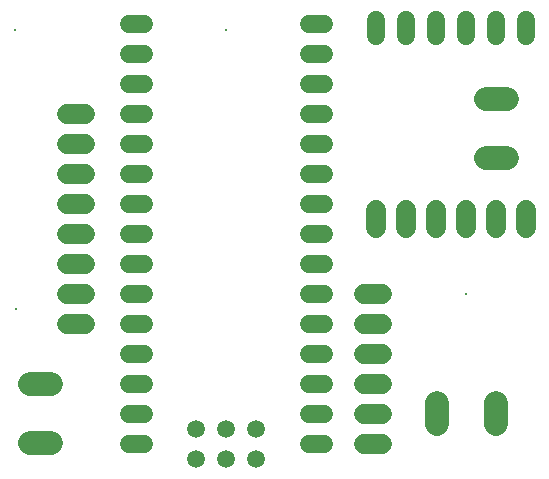
<source format=gbr>
G04 EAGLE Gerber RS-274X export*
G75*
%MOMM*%
%FSLAX34Y34*%
%LPD*%
%INSoldermask Top*%
%IPPOS*%
%AMOC8*
5,1,8,0,0,1.08239X$1,22.5*%
G01*
%ADD10C,0.289559*%
%ADD11C,1.524000*%
%ADD12C,1.727200*%
%ADD13C,1.993900*%
%ADD14C,1.511200*%
%ADD15C,1.511200*%


D10*
X405130Y680720D03*
X584200Y680720D03*
X787400Y457200D03*
X406400Y444500D03*
D11*
X838200Y675386D02*
X838200Y688594D01*
X812800Y688594D02*
X812800Y675386D01*
X787400Y675386D02*
X787400Y688594D01*
X762000Y688594D02*
X762000Y675386D01*
X736600Y675386D02*
X736600Y688594D01*
X711200Y688594D02*
X711200Y675386D01*
D12*
X464820Y609600D02*
X449580Y609600D01*
X449580Y584200D02*
X464820Y584200D01*
X464820Y558800D02*
X449580Y558800D01*
X449580Y533400D02*
X464820Y533400D01*
X464820Y508000D02*
X449580Y508000D01*
X449580Y482600D02*
X464820Y482600D01*
X464820Y457200D02*
X449580Y457200D01*
X449580Y431800D02*
X464820Y431800D01*
D13*
X435674Y380600D02*
X417767Y380600D01*
X417767Y330600D02*
X435674Y330600D01*
D12*
X838200Y513080D02*
X838200Y528320D01*
X812800Y528320D02*
X812800Y513080D01*
X787400Y513080D02*
X787400Y528320D01*
X762000Y528320D02*
X762000Y513080D01*
X736600Y513080D02*
X736600Y528320D01*
X711200Y528320D02*
X711200Y513080D01*
X716280Y330200D02*
X701040Y330200D01*
X701040Y355600D02*
X716280Y355600D01*
X716280Y381000D02*
X701040Y381000D01*
X701040Y406400D02*
X716280Y406400D01*
X716280Y431800D02*
X701040Y431800D01*
X701040Y457200D02*
X716280Y457200D01*
D14*
X666940Y330200D02*
X653860Y330200D01*
X653860Y355600D02*
X666940Y355600D01*
X666940Y381000D02*
X653860Y381000D01*
X653860Y406400D02*
X666940Y406400D01*
X666940Y431800D02*
X653860Y431800D01*
X653860Y457200D02*
X666940Y457200D01*
X666940Y482600D02*
X653860Y482600D01*
X653860Y508000D02*
X666940Y508000D01*
X666940Y533400D02*
X653860Y533400D01*
X653860Y558800D02*
X666940Y558800D01*
X666940Y584200D02*
X653860Y584200D01*
X653860Y609600D02*
X666940Y609600D01*
X514540Y330200D02*
X501460Y330200D01*
X501460Y355600D02*
X514540Y355600D01*
X514540Y381000D02*
X501460Y381000D01*
X501460Y533400D02*
X514540Y533400D01*
X514540Y558800D02*
X501460Y558800D01*
X501460Y584200D02*
X514540Y584200D01*
X514540Y609600D02*
X501460Y609600D01*
X501460Y685800D02*
X514540Y685800D01*
X653860Y685800D02*
X666940Y685800D01*
X666940Y660400D02*
X653860Y660400D01*
X653860Y635000D02*
X666940Y635000D01*
X514540Y660400D02*
X501460Y660400D01*
X501460Y635000D02*
X514540Y635000D01*
X514540Y406400D02*
X501460Y406400D01*
D15*
X558800Y342900D03*
X584200Y342900D03*
X609600Y342900D03*
D14*
X514540Y508000D02*
X501460Y508000D01*
X501460Y482600D02*
X514540Y482600D01*
X514540Y457200D02*
X501460Y457200D01*
X501460Y431800D02*
X514540Y431800D01*
D15*
X558800Y317500D03*
X584200Y317500D03*
X609600Y317500D03*
D13*
X803847Y571900D02*
X821754Y571900D01*
X821754Y621900D02*
X803847Y621900D01*
X762400Y364554D02*
X762400Y346647D01*
X812400Y346647D02*
X812400Y364554D01*
M02*

</source>
